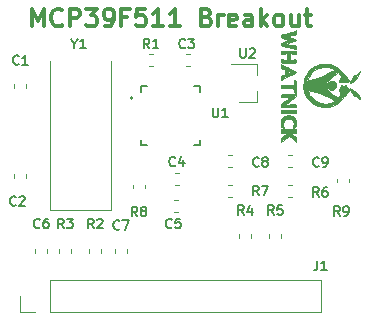
<source format=gto>
G04 #@! TF.GenerationSoftware,KiCad,Pcbnew,(5.99.0-6951-g72beaf1538)*
G04 #@! TF.CreationDate,2020-12-10T21:20:36+11:00*
G04 #@! TF.ProjectId,MCP39F511_Breakout,4d435033-3946-4353-9131-5f427265616b,rev?*
G04 #@! TF.SameCoordinates,Original*
G04 #@! TF.FileFunction,Legend,Top*
G04 #@! TF.FilePolarity,Positive*
%FSLAX46Y46*%
G04 Gerber Fmt 4.6, Leading zero omitted, Abs format (unit mm)*
G04 Created by KiCad (PCBNEW (5.99.0-6951-g72beaf1538)) date 2020-12-10 21:20:36*
%MOMM*%
%LPD*%
G01*
G04 APERTURE LIST*
%ADD10C,0.300000*%
%ADD11C,0.200000*%
%ADD12C,0.120000*%
%ADD13C,0.127000*%
%ADD14C,0.010000*%
G04 APERTURE END LIST*
D10*
X116555714Y-94023571D02*
X116555714Y-92523571D01*
X117055714Y-93595000D01*
X117555714Y-92523571D01*
X117555714Y-94023571D01*
X119127142Y-93880714D02*
X119055714Y-93952142D01*
X118841428Y-94023571D01*
X118698571Y-94023571D01*
X118484285Y-93952142D01*
X118341428Y-93809285D01*
X118270000Y-93666428D01*
X118198571Y-93380714D01*
X118198571Y-93166428D01*
X118270000Y-92880714D01*
X118341428Y-92737857D01*
X118484285Y-92595000D01*
X118698571Y-92523571D01*
X118841428Y-92523571D01*
X119055714Y-92595000D01*
X119127142Y-92666428D01*
X119770000Y-94023571D02*
X119770000Y-92523571D01*
X120341428Y-92523571D01*
X120484285Y-92595000D01*
X120555714Y-92666428D01*
X120627142Y-92809285D01*
X120627142Y-93023571D01*
X120555714Y-93166428D01*
X120484285Y-93237857D01*
X120341428Y-93309285D01*
X119770000Y-93309285D01*
X121127142Y-92523571D02*
X122055714Y-92523571D01*
X121555714Y-93095000D01*
X121770000Y-93095000D01*
X121912857Y-93166428D01*
X121984285Y-93237857D01*
X122055714Y-93380714D01*
X122055714Y-93737857D01*
X121984285Y-93880714D01*
X121912857Y-93952142D01*
X121770000Y-94023571D01*
X121341428Y-94023571D01*
X121198571Y-93952142D01*
X121127142Y-93880714D01*
X122770000Y-94023571D02*
X123055714Y-94023571D01*
X123198571Y-93952142D01*
X123270000Y-93880714D01*
X123412857Y-93666428D01*
X123484285Y-93380714D01*
X123484285Y-92809285D01*
X123412857Y-92666428D01*
X123341428Y-92595000D01*
X123198571Y-92523571D01*
X122912857Y-92523571D01*
X122770000Y-92595000D01*
X122698571Y-92666428D01*
X122627142Y-92809285D01*
X122627142Y-93166428D01*
X122698571Y-93309285D01*
X122770000Y-93380714D01*
X122912857Y-93452142D01*
X123198571Y-93452142D01*
X123341428Y-93380714D01*
X123412857Y-93309285D01*
X123484285Y-93166428D01*
X124627142Y-93237857D02*
X124127142Y-93237857D01*
X124127142Y-94023571D02*
X124127142Y-92523571D01*
X124841428Y-92523571D01*
X126127142Y-92523571D02*
X125412857Y-92523571D01*
X125341428Y-93237857D01*
X125412857Y-93166428D01*
X125555714Y-93095000D01*
X125912857Y-93095000D01*
X126055714Y-93166428D01*
X126127142Y-93237857D01*
X126198571Y-93380714D01*
X126198571Y-93737857D01*
X126127142Y-93880714D01*
X126055714Y-93952142D01*
X125912857Y-94023571D01*
X125555714Y-94023571D01*
X125412857Y-93952142D01*
X125341428Y-93880714D01*
X127627142Y-94023571D02*
X126770000Y-94023571D01*
X127198571Y-94023571D02*
X127198571Y-92523571D01*
X127055714Y-92737857D01*
X126912857Y-92880714D01*
X126770000Y-92952142D01*
X129055714Y-94023571D02*
X128198571Y-94023571D01*
X128627142Y-94023571D02*
X128627142Y-92523571D01*
X128484285Y-92737857D01*
X128341428Y-92880714D01*
X128198571Y-92952142D01*
X131341428Y-93237857D02*
X131555714Y-93309285D01*
X131627142Y-93380714D01*
X131698571Y-93523571D01*
X131698571Y-93737857D01*
X131627142Y-93880714D01*
X131555714Y-93952142D01*
X131412857Y-94023571D01*
X130841428Y-94023571D01*
X130841428Y-92523571D01*
X131341428Y-92523571D01*
X131484285Y-92595000D01*
X131555714Y-92666428D01*
X131627142Y-92809285D01*
X131627142Y-92952142D01*
X131555714Y-93095000D01*
X131484285Y-93166428D01*
X131341428Y-93237857D01*
X130841428Y-93237857D01*
X132341428Y-94023571D02*
X132341428Y-93023571D01*
X132341428Y-93309285D02*
X132412857Y-93166428D01*
X132484285Y-93095000D01*
X132627142Y-93023571D01*
X132770000Y-93023571D01*
X133841428Y-93952142D02*
X133698571Y-94023571D01*
X133412857Y-94023571D01*
X133270000Y-93952142D01*
X133198571Y-93809285D01*
X133198571Y-93237857D01*
X133270000Y-93095000D01*
X133412857Y-93023571D01*
X133698571Y-93023571D01*
X133841428Y-93095000D01*
X133912857Y-93237857D01*
X133912857Y-93380714D01*
X133198571Y-93523571D01*
X135198571Y-94023571D02*
X135198571Y-93237857D01*
X135127142Y-93095000D01*
X134984285Y-93023571D01*
X134698571Y-93023571D01*
X134555714Y-93095000D01*
X135198571Y-93952142D02*
X135055714Y-94023571D01*
X134698571Y-94023571D01*
X134555714Y-93952142D01*
X134484285Y-93809285D01*
X134484285Y-93666428D01*
X134555714Y-93523571D01*
X134698571Y-93452142D01*
X135055714Y-93452142D01*
X135198571Y-93380714D01*
X135912857Y-94023571D02*
X135912857Y-92523571D01*
X136055714Y-93452142D02*
X136484285Y-94023571D01*
X136484285Y-93023571D02*
X135912857Y-93595000D01*
X137341428Y-94023571D02*
X137198571Y-93952142D01*
X137127142Y-93880714D01*
X137055714Y-93737857D01*
X137055714Y-93309285D01*
X137127142Y-93166428D01*
X137198571Y-93095000D01*
X137341428Y-93023571D01*
X137555714Y-93023571D01*
X137698571Y-93095000D01*
X137770000Y-93166428D01*
X137841428Y-93309285D01*
X137841428Y-93737857D01*
X137770000Y-93880714D01*
X137698571Y-93952142D01*
X137555714Y-94023571D01*
X137341428Y-94023571D01*
X139127142Y-93023571D02*
X139127142Y-94023571D01*
X138484285Y-93023571D02*
X138484285Y-93809285D01*
X138555714Y-93952142D01*
X138698571Y-94023571D01*
X138912857Y-94023571D01*
X139055714Y-93952142D01*
X139127142Y-93880714D01*
X139627142Y-93023571D02*
X140198571Y-93023571D01*
X139841428Y-92523571D02*
X139841428Y-93809285D01*
X139912857Y-93952142D01*
X140055714Y-94023571D01*
X140198571Y-94023571D01*
D11*
X142614666Y-110064404D02*
X142348000Y-109683452D01*
X142157523Y-110064404D02*
X142157523Y-109264404D01*
X142462285Y-109264404D01*
X142538476Y-109302500D01*
X142576571Y-109340595D01*
X142614666Y-109416785D01*
X142614666Y-109531071D01*
X142576571Y-109607261D01*
X142538476Y-109645357D01*
X142462285Y-109683452D01*
X142157523Y-109683452D01*
X142995619Y-110064404D02*
X143148000Y-110064404D01*
X143224190Y-110026309D01*
X143262285Y-109988214D01*
X143338476Y-109873928D01*
X143376571Y-109721547D01*
X143376571Y-109416785D01*
X143338476Y-109340595D01*
X143300380Y-109302500D01*
X143224190Y-109264404D01*
X143071809Y-109264404D01*
X142995619Y-109302500D01*
X142957523Y-109340595D01*
X142919428Y-109416785D01*
X142919428Y-109607261D01*
X142957523Y-109683452D01*
X142995619Y-109721547D01*
X143071809Y-109759642D01*
X143224190Y-109759642D01*
X143300380Y-109721547D01*
X143338476Y-109683452D01*
X143376571Y-109607261D01*
X131851476Y-100907904D02*
X131851476Y-101555523D01*
X131889571Y-101631714D01*
X131927666Y-101669809D01*
X132003857Y-101707904D01*
X132156238Y-101707904D01*
X132232428Y-101669809D01*
X132270523Y-101631714D01*
X132308619Y-101555523D01*
X132308619Y-100907904D01*
X133108619Y-101707904D02*
X132651476Y-101707904D01*
X132880047Y-101707904D02*
X132880047Y-100907904D01*
X132803857Y-101022190D01*
X132727666Y-101098380D01*
X132651476Y-101136476D01*
X128670666Y-105789714D02*
X128632571Y-105827809D01*
X128518285Y-105865904D01*
X128442095Y-105865904D01*
X128327809Y-105827809D01*
X128251619Y-105751619D01*
X128213523Y-105675428D01*
X128175428Y-105523047D01*
X128175428Y-105408761D01*
X128213523Y-105256380D01*
X128251619Y-105180190D01*
X128327809Y-105104000D01*
X128442095Y-105065904D01*
X128518285Y-105065904D01*
X128632571Y-105104000D01*
X128670666Y-105142095D01*
X129356380Y-105332571D02*
X129356380Y-105865904D01*
X129165904Y-105027809D02*
X128975428Y-105599238D01*
X129470666Y-105599238D01*
X135756666Y-105822714D02*
X135718571Y-105860809D01*
X135604285Y-105898904D01*
X135528095Y-105898904D01*
X135413809Y-105860809D01*
X135337619Y-105784619D01*
X135299523Y-105708428D01*
X135261428Y-105556047D01*
X135261428Y-105441761D01*
X135299523Y-105289380D01*
X135337619Y-105213190D01*
X135413809Y-105137000D01*
X135528095Y-105098904D01*
X135604285Y-105098904D01*
X135718571Y-105137000D01*
X135756666Y-105175095D01*
X136213809Y-105441761D02*
X136137619Y-105403666D01*
X136099523Y-105365571D01*
X136061428Y-105289380D01*
X136061428Y-105251285D01*
X136099523Y-105175095D01*
X136137619Y-105137000D01*
X136213809Y-105098904D01*
X136366190Y-105098904D01*
X136442380Y-105137000D01*
X136480476Y-105175095D01*
X136518571Y-105251285D01*
X136518571Y-105289380D01*
X136480476Y-105365571D01*
X136442380Y-105403666D01*
X136366190Y-105441761D01*
X136213809Y-105441761D01*
X136137619Y-105479857D01*
X136099523Y-105517952D01*
X136061428Y-105594142D01*
X136061428Y-105746523D01*
X136099523Y-105822714D01*
X136137619Y-105860809D01*
X136213809Y-105898904D01*
X136366190Y-105898904D01*
X136442380Y-105860809D01*
X136480476Y-105822714D01*
X136518571Y-105746523D01*
X136518571Y-105594142D01*
X136480476Y-105517952D01*
X136442380Y-105479857D01*
X136366190Y-105441761D01*
X134201222Y-95873710D02*
X134201222Y-96521329D01*
X134239317Y-96597520D01*
X134277412Y-96635615D01*
X134353603Y-96673710D01*
X134505984Y-96673710D01*
X134582174Y-96635615D01*
X134620269Y-96597520D01*
X134658365Y-96521329D01*
X134658365Y-95873710D01*
X135001222Y-95949901D02*
X135039317Y-95911806D01*
X135115507Y-95873710D01*
X135305984Y-95873710D01*
X135382174Y-95911806D01*
X135420269Y-95949901D01*
X135458365Y-96026091D01*
X135458365Y-96102282D01*
X135420269Y-96216567D01*
X134963126Y-96673710D01*
X135458365Y-96673710D01*
X140703333Y-113861904D02*
X140703333Y-114433333D01*
X140665238Y-114547619D01*
X140589047Y-114623809D01*
X140474761Y-114661904D01*
X140398571Y-114661904D01*
X141503333Y-114661904D02*
X141046190Y-114661904D01*
X141274761Y-114661904D02*
X141274761Y-113861904D01*
X141198571Y-113976190D01*
X141122380Y-114052380D01*
X141046190Y-114090476D01*
X115436666Y-97186714D02*
X115398571Y-97224809D01*
X115284285Y-97262904D01*
X115208095Y-97262904D01*
X115093809Y-97224809D01*
X115017619Y-97148619D01*
X114979523Y-97072428D01*
X114941428Y-96920047D01*
X114941428Y-96805761D01*
X114979523Y-96653380D01*
X115017619Y-96577190D01*
X115093809Y-96501000D01*
X115208095Y-96462904D01*
X115284285Y-96462904D01*
X115398571Y-96501000D01*
X115436666Y-96539095D01*
X116198571Y-97262904D02*
X115741428Y-97262904D01*
X115970000Y-97262904D02*
X115970000Y-96462904D01*
X115893809Y-96577190D01*
X115817619Y-96653380D01*
X115741428Y-96691476D01*
X123945666Y-111156714D02*
X123907571Y-111194809D01*
X123793285Y-111232904D01*
X123717095Y-111232904D01*
X123602809Y-111194809D01*
X123526619Y-111118619D01*
X123488523Y-111042428D01*
X123450428Y-110890047D01*
X123450428Y-110775761D01*
X123488523Y-110623380D01*
X123526619Y-110547190D01*
X123602809Y-110471000D01*
X123717095Y-110432904D01*
X123793285Y-110432904D01*
X123907571Y-110471000D01*
X123945666Y-110509095D01*
X124212333Y-110432904D02*
X124745666Y-110432904D01*
X124402809Y-111232904D01*
X119246666Y-111105904D02*
X118980000Y-110724952D01*
X118789523Y-111105904D02*
X118789523Y-110305904D01*
X119094285Y-110305904D01*
X119170476Y-110344000D01*
X119208571Y-110382095D01*
X119246666Y-110458285D01*
X119246666Y-110572571D01*
X119208571Y-110648761D01*
X119170476Y-110686857D01*
X119094285Y-110724952D01*
X118789523Y-110724952D01*
X119513333Y-110305904D02*
X120008571Y-110305904D01*
X119741904Y-110610666D01*
X119856190Y-110610666D01*
X119932380Y-110648761D01*
X119970476Y-110686857D01*
X120008571Y-110763047D01*
X120008571Y-110953523D01*
X119970476Y-111029714D01*
X119932380Y-111067809D01*
X119856190Y-111105904D01*
X119627619Y-111105904D01*
X119551428Y-111067809D01*
X119513333Y-111029714D01*
X140836666Y-108438904D02*
X140570000Y-108057952D01*
X140379523Y-108438904D02*
X140379523Y-107638904D01*
X140684285Y-107638904D01*
X140760476Y-107677000D01*
X140798571Y-107715095D01*
X140836666Y-107791285D01*
X140836666Y-107905571D01*
X140798571Y-107981761D01*
X140760476Y-108019857D01*
X140684285Y-108057952D01*
X140379523Y-108057952D01*
X141522380Y-107638904D02*
X141370000Y-107638904D01*
X141293809Y-107677000D01*
X141255714Y-107715095D01*
X141179523Y-107829380D01*
X141141428Y-107981761D01*
X141141428Y-108286523D01*
X141179523Y-108362714D01*
X141217619Y-108400809D01*
X141293809Y-108438904D01*
X141446190Y-108438904D01*
X141522380Y-108400809D01*
X141560476Y-108362714D01*
X141598571Y-108286523D01*
X141598571Y-108096047D01*
X141560476Y-108019857D01*
X141522380Y-107981761D01*
X141446190Y-107943666D01*
X141293809Y-107943666D01*
X141217619Y-107981761D01*
X141179523Y-108019857D01*
X141141428Y-108096047D01*
X128390666Y-111029714D02*
X128352571Y-111067809D01*
X128238285Y-111105904D01*
X128162095Y-111105904D01*
X128047809Y-111067809D01*
X127971619Y-110991619D01*
X127933523Y-110915428D01*
X127895428Y-110763047D01*
X127895428Y-110648761D01*
X127933523Y-110496380D01*
X127971619Y-110420190D01*
X128047809Y-110344000D01*
X128162095Y-110305904D01*
X128238285Y-110305904D01*
X128352571Y-110344000D01*
X128390666Y-110382095D01*
X129114476Y-110305904D02*
X128733523Y-110305904D01*
X128695428Y-110686857D01*
X128733523Y-110648761D01*
X128809714Y-110610666D01*
X129000190Y-110610666D01*
X129076380Y-110648761D01*
X129114476Y-110686857D01*
X129152571Y-110763047D01*
X129152571Y-110953523D01*
X129114476Y-111029714D01*
X129076380Y-111067809D01*
X129000190Y-111105904D01*
X128809714Y-111105904D01*
X128733523Y-111067809D01*
X128695428Y-111029714D01*
X115182666Y-109124714D02*
X115144571Y-109162809D01*
X115030285Y-109200904D01*
X114954095Y-109200904D01*
X114839809Y-109162809D01*
X114763619Y-109086619D01*
X114725523Y-109010428D01*
X114687428Y-108858047D01*
X114687428Y-108743761D01*
X114725523Y-108591380D01*
X114763619Y-108515190D01*
X114839809Y-108439000D01*
X114954095Y-108400904D01*
X115030285Y-108400904D01*
X115144571Y-108439000D01*
X115182666Y-108477095D01*
X115487428Y-108477095D02*
X115525523Y-108439000D01*
X115601714Y-108400904D01*
X115792190Y-108400904D01*
X115868380Y-108439000D01*
X115906476Y-108477095D01*
X115944571Y-108553285D01*
X115944571Y-108629476D01*
X115906476Y-108743761D01*
X115449333Y-109200904D01*
X115944571Y-109200904D01*
X140836666Y-105822714D02*
X140798571Y-105860809D01*
X140684285Y-105898904D01*
X140608095Y-105898904D01*
X140493809Y-105860809D01*
X140417619Y-105784619D01*
X140379523Y-105708428D01*
X140341428Y-105556047D01*
X140341428Y-105441761D01*
X140379523Y-105289380D01*
X140417619Y-105213190D01*
X140493809Y-105137000D01*
X140608095Y-105098904D01*
X140684285Y-105098904D01*
X140798571Y-105137000D01*
X140836666Y-105175095D01*
X141217619Y-105898904D02*
X141370000Y-105898904D01*
X141446190Y-105860809D01*
X141484285Y-105822714D01*
X141560476Y-105708428D01*
X141598571Y-105556047D01*
X141598571Y-105251285D01*
X141560476Y-105175095D01*
X141522380Y-105137000D01*
X141446190Y-105098904D01*
X141293809Y-105098904D01*
X141217619Y-105137000D01*
X141179523Y-105175095D01*
X141141428Y-105251285D01*
X141141428Y-105441761D01*
X141179523Y-105517952D01*
X141217619Y-105556047D01*
X141293809Y-105594142D01*
X141446190Y-105594142D01*
X141522380Y-105556047D01*
X141560476Y-105517952D01*
X141598571Y-105441761D01*
X129533666Y-95789714D02*
X129495571Y-95827809D01*
X129381285Y-95865904D01*
X129305095Y-95865904D01*
X129190809Y-95827809D01*
X129114619Y-95751619D01*
X129076523Y-95675428D01*
X129038428Y-95523047D01*
X129038428Y-95408761D01*
X129076523Y-95256380D01*
X129114619Y-95180190D01*
X129190809Y-95104000D01*
X129305095Y-95065904D01*
X129381285Y-95065904D01*
X129495571Y-95104000D01*
X129533666Y-95142095D01*
X129800333Y-95065904D02*
X130295571Y-95065904D01*
X130028904Y-95370666D01*
X130143190Y-95370666D01*
X130219380Y-95408761D01*
X130257476Y-95446857D01*
X130295571Y-95523047D01*
X130295571Y-95713523D01*
X130257476Y-95789714D01*
X130219380Y-95827809D01*
X130143190Y-95865904D01*
X129914619Y-95865904D01*
X129838428Y-95827809D01*
X129800333Y-95789714D01*
X137026666Y-109962904D02*
X136760000Y-109581952D01*
X136569523Y-109962904D02*
X136569523Y-109162904D01*
X136874285Y-109162904D01*
X136950476Y-109201000D01*
X136988571Y-109239095D01*
X137026666Y-109315285D01*
X137026666Y-109429571D01*
X136988571Y-109505761D01*
X136950476Y-109543857D01*
X136874285Y-109581952D01*
X136569523Y-109581952D01*
X137750476Y-109162904D02*
X137369523Y-109162904D01*
X137331428Y-109543857D01*
X137369523Y-109505761D01*
X137445714Y-109467666D01*
X137636190Y-109467666D01*
X137712380Y-109505761D01*
X137750476Y-109543857D01*
X137788571Y-109620047D01*
X137788571Y-109810523D01*
X137750476Y-109886714D01*
X137712380Y-109924809D01*
X137636190Y-109962904D01*
X137445714Y-109962904D01*
X137369523Y-109924809D01*
X137331428Y-109886714D01*
X135756666Y-108311904D02*
X135490000Y-107930952D01*
X135299523Y-108311904D02*
X135299523Y-107511904D01*
X135604285Y-107511904D01*
X135680476Y-107550000D01*
X135718571Y-107588095D01*
X135756666Y-107664285D01*
X135756666Y-107778571D01*
X135718571Y-107854761D01*
X135680476Y-107892857D01*
X135604285Y-107930952D01*
X135299523Y-107930952D01*
X136023333Y-107511904D02*
X136556666Y-107511904D01*
X136213809Y-108311904D01*
X134486666Y-109962904D02*
X134220000Y-109581952D01*
X134029523Y-109962904D02*
X134029523Y-109162904D01*
X134334285Y-109162904D01*
X134410476Y-109201000D01*
X134448571Y-109239095D01*
X134486666Y-109315285D01*
X134486666Y-109429571D01*
X134448571Y-109505761D01*
X134410476Y-109543857D01*
X134334285Y-109581952D01*
X134029523Y-109581952D01*
X135172380Y-109429571D02*
X135172380Y-109962904D01*
X134981904Y-109124809D02*
X134791428Y-109696238D01*
X135286666Y-109696238D01*
X117214666Y-111030214D02*
X117176571Y-111068309D01*
X117062285Y-111106404D01*
X116986095Y-111106404D01*
X116871809Y-111068309D01*
X116795619Y-110992119D01*
X116757523Y-110915928D01*
X116719428Y-110763547D01*
X116719428Y-110649261D01*
X116757523Y-110496880D01*
X116795619Y-110420690D01*
X116871809Y-110344500D01*
X116986095Y-110306404D01*
X117062285Y-110306404D01*
X117176571Y-110344500D01*
X117214666Y-110382595D01*
X117900380Y-110306404D02*
X117748000Y-110306404D01*
X117671809Y-110344500D01*
X117633714Y-110382595D01*
X117557523Y-110496880D01*
X117519428Y-110649261D01*
X117519428Y-110954023D01*
X117557523Y-111030214D01*
X117595619Y-111068309D01*
X117671809Y-111106404D01*
X117824190Y-111106404D01*
X117900380Y-111068309D01*
X117938476Y-111030214D01*
X117976571Y-110954023D01*
X117976571Y-110763547D01*
X117938476Y-110687357D01*
X117900380Y-110649261D01*
X117824190Y-110611166D01*
X117671809Y-110611166D01*
X117595619Y-110649261D01*
X117557523Y-110687357D01*
X117519428Y-110763547D01*
X121786666Y-111105904D02*
X121520000Y-110724952D01*
X121329523Y-111105904D02*
X121329523Y-110305904D01*
X121634285Y-110305904D01*
X121710476Y-110344000D01*
X121748571Y-110382095D01*
X121786666Y-110458285D01*
X121786666Y-110572571D01*
X121748571Y-110648761D01*
X121710476Y-110686857D01*
X121634285Y-110724952D01*
X121329523Y-110724952D01*
X122091428Y-110382095D02*
X122129523Y-110344000D01*
X122205714Y-110305904D01*
X122396190Y-110305904D01*
X122472380Y-110344000D01*
X122510476Y-110382095D01*
X122548571Y-110458285D01*
X122548571Y-110534476D01*
X122510476Y-110648761D01*
X122053333Y-111105904D01*
X122548571Y-111105904D01*
X126486166Y-95865904D02*
X126219500Y-95484952D01*
X126029023Y-95865904D02*
X126029023Y-95065904D01*
X126333785Y-95065904D01*
X126409976Y-95104000D01*
X126448071Y-95142095D01*
X126486166Y-95218285D01*
X126486166Y-95332571D01*
X126448071Y-95408761D01*
X126409976Y-95446857D01*
X126333785Y-95484952D01*
X126029023Y-95484952D01*
X127248071Y-95865904D02*
X126790928Y-95865904D01*
X127019500Y-95865904D02*
X127019500Y-95065904D01*
X126943309Y-95180190D01*
X126867119Y-95256380D01*
X126790928Y-95294476D01*
X120142047Y-95484952D02*
X120142047Y-95865904D01*
X119875380Y-95065904D02*
X120142047Y-95484952D01*
X120408714Y-95065904D01*
X121094428Y-95865904D02*
X120637285Y-95865904D01*
X120865857Y-95865904D02*
X120865857Y-95065904D01*
X120789666Y-95180190D01*
X120713476Y-95256380D01*
X120637285Y-95294476D01*
X125469666Y-110089904D02*
X125203000Y-109708952D01*
X125012523Y-110089904D02*
X125012523Y-109289904D01*
X125317285Y-109289904D01*
X125393476Y-109328000D01*
X125431571Y-109366095D01*
X125469666Y-109442285D01*
X125469666Y-109556571D01*
X125431571Y-109632761D01*
X125393476Y-109670857D01*
X125317285Y-109708952D01*
X125012523Y-109708952D01*
X125926809Y-109632761D02*
X125850619Y-109594666D01*
X125812523Y-109556571D01*
X125774428Y-109480380D01*
X125774428Y-109442285D01*
X125812523Y-109366095D01*
X125850619Y-109328000D01*
X125926809Y-109289904D01*
X126079190Y-109289904D01*
X126155380Y-109328000D01*
X126193476Y-109366095D01*
X126231571Y-109442285D01*
X126231571Y-109480380D01*
X126193476Y-109556571D01*
X126155380Y-109594666D01*
X126079190Y-109632761D01*
X125926809Y-109632761D01*
X125850619Y-109670857D01*
X125812523Y-109708952D01*
X125774428Y-109785142D01*
X125774428Y-109937523D01*
X125812523Y-110013714D01*
X125850619Y-110051809D01*
X125926809Y-110089904D01*
X126079190Y-110089904D01*
X126155380Y-110051809D01*
X126193476Y-110013714D01*
X126231571Y-109937523D01*
X126231571Y-109785142D01*
X126193476Y-109708952D01*
X126155380Y-109670857D01*
X126079190Y-109632761D01*
D12*
X142365000Y-106898221D02*
X142365000Y-107223779D01*
X143385000Y-106898221D02*
X143385000Y-107223779D01*
D13*
X125770000Y-99600000D02*
X125770000Y-99100000D01*
X130270000Y-99100000D02*
X130770000Y-99100000D01*
X125770000Y-104100000D02*
X125770000Y-103600000D01*
X126270000Y-104100000D02*
X125770000Y-104100000D01*
X125770000Y-99100000D02*
X126270000Y-99100000D01*
X130770000Y-104100000D02*
X130270000Y-104100000D01*
X130770000Y-103600000D02*
X130770000Y-104100000D01*
X130770000Y-99100000D02*
X130770000Y-99600000D01*
D11*
X125070000Y-100100000D02*
G75*
G03*
X125070000Y-100100000I-100000J0D01*
G01*
D12*
X128641221Y-107444000D02*
X128966779Y-107444000D01*
X128641221Y-106424000D02*
X128966779Y-106424000D01*
X133512779Y-105920000D02*
X133187221Y-105920000D01*
X133512779Y-104900000D02*
X133187221Y-104900000D01*
X135570746Y-100391806D02*
X134110746Y-100391806D01*
X135570746Y-100391806D02*
X135570746Y-99461806D01*
X135570746Y-97231806D02*
X135570746Y-98161806D01*
X135570746Y-97231806D02*
X133410746Y-97231806D01*
X118110000Y-118170000D02*
X141030000Y-118170000D01*
X141030000Y-118170000D02*
X141030000Y-115510000D01*
X118110000Y-115510000D02*
X141030000Y-115510000D01*
X115510000Y-118170000D02*
X115510000Y-116840000D01*
X116840000Y-118170000D02*
X115510000Y-118170000D01*
X118110000Y-118170000D02*
X118110000Y-115510000D01*
X115060000Y-98897221D02*
X115060000Y-99222779D01*
X116080000Y-98897221D02*
X116080000Y-99222779D01*
X123569000Y-113192779D02*
X123569000Y-112867221D01*
X124589000Y-113192779D02*
X124589000Y-112867221D01*
X118870000Y-112867221D02*
X118870000Y-113192779D01*
X119890000Y-112867221D02*
X119890000Y-113192779D01*
G36*
X138798006Y-98593722D02*
G01*
X138804742Y-98595464D01*
X138864899Y-98619887D01*
X138903621Y-98671324D01*
X138925587Y-98773849D01*
X138935478Y-98951538D01*
X138937974Y-99228465D01*
X138938000Y-99280925D01*
X138938000Y-99931537D01*
X138493500Y-100262071D01*
X138294165Y-100414215D01*
X138141079Y-100538518D01*
X138057644Y-100615644D01*
X138049000Y-100629262D01*
X138106858Y-100642440D01*
X138259174Y-100642754D01*
X138474067Y-100630248D01*
X138493500Y-100628654D01*
X138725438Y-100611515D01*
X138858416Y-100613011D01*
X138919872Y-100639433D01*
X138937247Y-100697074D01*
X138938000Y-100730569D01*
X138931897Y-100792541D01*
X138898531Y-100832717D01*
X138815322Y-100855811D01*
X138659686Y-100866536D01*
X138409043Y-100869608D01*
X138271250Y-100869750D01*
X137974092Y-100868291D01*
X137781406Y-100860947D01*
X137670672Y-100843262D01*
X137619372Y-100810784D01*
X137604986Y-100759058D01*
X137604500Y-100737882D01*
X137661505Y-100614455D01*
X137833703Y-100447193D01*
X137992885Y-100325132D01*
X138381269Y-100044250D01*
X137992885Y-100025344D01*
X137776361Y-100009597D01*
X137658517Y-99982213D01*
X137611041Y-99932776D01*
X137604500Y-99882469D01*
X137614821Y-99823357D01*
X137661898Y-99786690D01*
X137769906Y-99767190D01*
X137963017Y-99759580D01*
X138172253Y-99758500D01*
X138491507Y-99747583D01*
X138704794Y-99716151D01*
X138806180Y-99666178D01*
X138789728Y-99599639D01*
X138746530Y-99567400D01*
X138695409Y-99472588D01*
X138700700Y-99383999D01*
X138710542Y-99320547D01*
X138684301Y-99281233D01*
X138599074Y-99260294D01*
X138431961Y-99251971D01*
X138170056Y-99250500D01*
X137901146Y-99249014D01*
X137734685Y-99240194D01*
X137646123Y-99217494D01*
X137610913Y-99174371D01*
X137604505Y-99104279D01*
X137604500Y-99099722D01*
X137608862Y-99028871D01*
X137638133Y-98986268D01*
X137716594Y-98966944D01*
X137868528Y-98965926D01*
X138118214Y-98978246D01*
X138180579Y-98981791D01*
X138756658Y-99014637D01*
X138714070Y-98787627D01*
X138693076Y-98639986D01*
X138716286Y-98585457D01*
X138798006Y-98593722D01*
G37*
D14*
X138798006Y-98593722D02*
X138804742Y-98595464D01*
X138864899Y-98619887D01*
X138903621Y-98671324D01*
X138925587Y-98773849D01*
X138935478Y-98951538D01*
X138937974Y-99228465D01*
X138938000Y-99280925D01*
X138938000Y-99931537D01*
X138493500Y-100262071D01*
X138294165Y-100414215D01*
X138141079Y-100538518D01*
X138057644Y-100615644D01*
X138049000Y-100629262D01*
X138106858Y-100642440D01*
X138259174Y-100642754D01*
X138474067Y-100630248D01*
X138493500Y-100628654D01*
X138725438Y-100611515D01*
X138858416Y-100613011D01*
X138919872Y-100639433D01*
X138937247Y-100697074D01*
X138938000Y-100730569D01*
X138931897Y-100792541D01*
X138898531Y-100832717D01*
X138815322Y-100855811D01*
X138659686Y-100866536D01*
X138409043Y-100869608D01*
X138271250Y-100869750D01*
X137974092Y-100868291D01*
X137781406Y-100860947D01*
X137670672Y-100843262D01*
X137619372Y-100810784D01*
X137604986Y-100759058D01*
X137604500Y-100737882D01*
X137661505Y-100614455D01*
X137833703Y-100447193D01*
X137992885Y-100325132D01*
X138381269Y-100044250D01*
X137992885Y-100025344D01*
X137776361Y-100009597D01*
X137658517Y-99982213D01*
X137611041Y-99932776D01*
X137604500Y-99882469D01*
X137614821Y-99823357D01*
X137661898Y-99786690D01*
X137769906Y-99767190D01*
X137963017Y-99759580D01*
X138172253Y-99758500D01*
X138491507Y-99747583D01*
X138704794Y-99716151D01*
X138806180Y-99666178D01*
X138789728Y-99599639D01*
X138746530Y-99567400D01*
X138695409Y-99472588D01*
X138700700Y-99383999D01*
X138710542Y-99320547D01*
X138684301Y-99281233D01*
X138599074Y-99260294D01*
X138431961Y-99251971D01*
X138170056Y-99250500D01*
X137901146Y-99249014D01*
X137734685Y-99240194D01*
X137646123Y-99217494D01*
X137610913Y-99174371D01*
X137604505Y-99104279D01*
X137604500Y-99099722D01*
X137608862Y-99028871D01*
X137638133Y-98986268D01*
X137716594Y-98966944D01*
X137868528Y-98965926D01*
X138118214Y-98978246D01*
X138180579Y-98981791D01*
X138756658Y-99014637D01*
X138714070Y-98787627D01*
X138693076Y-98639986D01*
X138716286Y-98585457D01*
X138798006Y-98593722D01*
G36*
X143486180Y-99221444D02*
G01*
X143585998Y-99298745D01*
X143636338Y-99345115D01*
X143763191Y-99447865D01*
X143853974Y-99487745D01*
X143870794Y-99482373D01*
X143920573Y-99509988D01*
X144010658Y-99615720D01*
X144119050Y-99767020D01*
X144223750Y-99931338D01*
X144302760Y-100076124D01*
X144334066Y-100167831D01*
X144295188Y-100164021D01*
X144194454Y-100087590D01*
X144120388Y-100019418D01*
X143971895Y-99895308D01*
X143890324Y-99874891D01*
X143878135Y-99892347D01*
X143839316Y-99878243D01*
X143760641Y-99783528D01*
X143662118Y-99639600D01*
X143563755Y-99477853D01*
X143485558Y-99329683D01*
X143447534Y-99226488D01*
X143446500Y-99215015D01*
X143486180Y-99221444D01*
G37*
X143486180Y-99221444D02*
X143585998Y-99298745D01*
X143636338Y-99345115D01*
X143763191Y-99447865D01*
X143853974Y-99487745D01*
X143870794Y-99482373D01*
X143920573Y-99509988D01*
X144010658Y-99615720D01*
X144119050Y-99767020D01*
X144223750Y-99931338D01*
X144302760Y-100076124D01*
X144334066Y-100167831D01*
X144295188Y-100164021D01*
X144194454Y-100087590D01*
X144120388Y-100019418D01*
X143971895Y-99895308D01*
X143890324Y-99874891D01*
X143878135Y-99892347D01*
X143839316Y-99878243D01*
X143760641Y-99783528D01*
X143662118Y-99639600D01*
X143563755Y-99477853D01*
X143485558Y-99329683D01*
X143447534Y-99226488D01*
X143446500Y-99215015D01*
X143486180Y-99221444D01*
G36*
X142177802Y-97330456D02*
G01*
X142490606Y-97525891D01*
X142719432Y-97756160D01*
X142882595Y-97949339D01*
X143043419Y-98138373D01*
X143098587Y-98202750D01*
X143284021Y-98430548D01*
X143373774Y-98584255D01*
X143363553Y-98677966D01*
X143249067Y-98725779D01*
X143026023Y-98741790D01*
X142934221Y-98742500D01*
X142701499Y-98740424D01*
X142570969Y-98728378D01*
X142517828Y-98697631D01*
X142517276Y-98639455D01*
X142528286Y-98599625D01*
X142599721Y-98444423D01*
X142656432Y-98366901D01*
X142702903Y-98287526D01*
X142674681Y-98190388D01*
X142613745Y-98097310D01*
X142485757Y-97917567D01*
X141982489Y-98300673D01*
X141676930Y-98554391D01*
X141487166Y-98773132D01*
X141413246Y-98973267D01*
X141455224Y-99171162D01*
X141613150Y-99383188D01*
X141887074Y-99625712D01*
X141986882Y-99703072D01*
X142209438Y-99870044D01*
X142355360Y-99969201D01*
X142448520Y-100010371D01*
X142512786Y-100003379D01*
X142572029Y-99958051D01*
X142582333Y-99948192D01*
X142653478Y-99867454D01*
X142669102Y-99785837D01*
X142631169Y-99655997D01*
X142597962Y-99571255D01*
X142537989Y-99406296D01*
X142530666Y-99320857D01*
X142574923Y-99279376D01*
X142589005Y-99273557D01*
X142669526Y-99186876D01*
X142684500Y-99116706D01*
X142726079Y-99017541D01*
X142779750Y-98996500D01*
X142857322Y-99049439D01*
X142875000Y-99123500D01*
X142901593Y-99226685D01*
X142938500Y-99250500D01*
X142990093Y-99197315D01*
X143002000Y-99123500D01*
X143041705Y-99020071D01*
X143097250Y-98996500D01*
X143174822Y-99049439D01*
X143192500Y-99123500D01*
X143235106Y-99229154D01*
X143294634Y-99250500D01*
X143362248Y-99295011D01*
X143358112Y-99410028D01*
X143290912Y-99567777D01*
X143169334Y-99740484D01*
X143126565Y-99787914D01*
X142975178Y-99951857D01*
X142795906Y-100152862D01*
X142706879Y-100255223D01*
X142369420Y-100560228D01*
X141987287Y-100759143D01*
X141578798Y-100856153D01*
X141162272Y-100855445D01*
X140756025Y-100761205D01*
X140378376Y-100577621D01*
X140047643Y-100308878D01*
X139782142Y-99959163D01*
X139604125Y-99546083D01*
X139520005Y-99067182D01*
X139541695Y-98811225D01*
X139852804Y-98811225D01*
X139854981Y-99234815D01*
X139969590Y-99640964D01*
X140045981Y-99790399D01*
X140303523Y-100115944D01*
X140631746Y-100357047D01*
X141006077Y-100505953D01*
X141401944Y-100554909D01*
X141794774Y-100496159D01*
X142010320Y-100410294D01*
X142193389Y-100318005D01*
X141915070Y-100159076D01*
X141529853Y-99947545D01*
X141210123Y-99794236D01*
X140918077Y-99683478D01*
X140615907Y-99599605D01*
X140504742Y-99574557D01*
X140251743Y-99517484D01*
X140095538Y-99469575D01*
X140008346Y-99415302D01*
X139962383Y-99339137D01*
X139938145Y-99257878D01*
X139915861Y-99057136D01*
X139929785Y-98828275D01*
X139936537Y-98789414D01*
X139988385Y-98527239D01*
X140426180Y-98446439D01*
X140789515Y-98350751D01*
X141207209Y-98194641D01*
X141634219Y-97996729D01*
X141979253Y-97804414D01*
X142194756Y-97672331D01*
X141955623Y-97572415D01*
X141590077Y-97481035D01*
X141197366Y-97485954D01*
X140811355Y-97578729D01*
X140465906Y-97750918D01*
X140194884Y-97994080D01*
X140178019Y-98015576D01*
X139961127Y-98396158D01*
X139852804Y-98811225D01*
X139541695Y-98811225D01*
X139559365Y-98602712D01*
X139602828Y-98439083D01*
X139795692Y-98028705D01*
X140096616Y-97665695D01*
X140490096Y-97368076D01*
X140557250Y-97329576D01*
X140720427Y-97254938D01*
X140901258Y-97211395D01*
X141140626Y-97191662D01*
X141351000Y-97188142D01*
X141590077Y-97205573D01*
X141806278Y-97221337D01*
X142177802Y-97330456D01*
G37*
X142177802Y-97330456D02*
X142490606Y-97525891D01*
X142719432Y-97756160D01*
X142882595Y-97949339D01*
X143043419Y-98138373D01*
X143098587Y-98202750D01*
X143284021Y-98430548D01*
X143373774Y-98584255D01*
X143363553Y-98677966D01*
X143249067Y-98725779D01*
X143026023Y-98741790D01*
X142934221Y-98742500D01*
X142701499Y-98740424D01*
X142570969Y-98728378D01*
X142517828Y-98697631D01*
X142517276Y-98639455D01*
X142528286Y-98599625D01*
X142599721Y-98444423D01*
X142656432Y-98366901D01*
X142702903Y-98287526D01*
X142674681Y-98190388D01*
X142613745Y-98097310D01*
X142485757Y-97917567D01*
X141982489Y-98300673D01*
X141676930Y-98554391D01*
X141487166Y-98773132D01*
X141413246Y-98973267D01*
X141455224Y-99171162D01*
X141613150Y-99383188D01*
X141887074Y-99625712D01*
X141986882Y-99703072D01*
X142209438Y-99870044D01*
X142355360Y-99969201D01*
X142448520Y-100010371D01*
X142512786Y-100003379D01*
X142572029Y-99958051D01*
X142582333Y-99948192D01*
X142653478Y-99867454D01*
X142669102Y-99785837D01*
X142631169Y-99655997D01*
X142597962Y-99571255D01*
X142537989Y-99406296D01*
X142530666Y-99320857D01*
X142574923Y-99279376D01*
X142589005Y-99273557D01*
X142669526Y-99186876D01*
X142684500Y-99116706D01*
X142726079Y-99017541D01*
X142779750Y-98996500D01*
X142857322Y-99049439D01*
X142875000Y-99123500D01*
X142901593Y-99226685D01*
X142938500Y-99250500D01*
X142990093Y-99197315D01*
X143002000Y-99123500D01*
X143041705Y-99020071D01*
X143097250Y-98996500D01*
X143174822Y-99049439D01*
X143192500Y-99123500D01*
X143235106Y-99229154D01*
X143294634Y-99250500D01*
X143362248Y-99295011D01*
X143358112Y-99410028D01*
X143290912Y-99567777D01*
X143169334Y-99740484D01*
X143126565Y-99787914D01*
X142975178Y-99951857D01*
X142795906Y-100152862D01*
X142706879Y-100255223D01*
X142369420Y-100560228D01*
X141987287Y-100759143D01*
X141578798Y-100856153D01*
X141162272Y-100855445D01*
X140756025Y-100761205D01*
X140378376Y-100577621D01*
X140047643Y-100308878D01*
X139782142Y-99959163D01*
X139604125Y-99546083D01*
X139520005Y-99067182D01*
X139541695Y-98811225D01*
X139852804Y-98811225D01*
X139854981Y-99234815D01*
X139969590Y-99640964D01*
X140045981Y-99790399D01*
X140303523Y-100115944D01*
X140631746Y-100357047D01*
X141006077Y-100505953D01*
X141401944Y-100554909D01*
X141794774Y-100496159D01*
X142010320Y-100410294D01*
X142193389Y-100318005D01*
X141915070Y-100159076D01*
X141529853Y-99947545D01*
X141210123Y-99794236D01*
X140918077Y-99683478D01*
X140615907Y-99599605D01*
X140504742Y-99574557D01*
X140251743Y-99517484D01*
X140095538Y-99469575D01*
X140008346Y-99415302D01*
X139962383Y-99339137D01*
X139938145Y-99257878D01*
X139915861Y-99057136D01*
X139929785Y-98828275D01*
X139936537Y-98789414D01*
X139988385Y-98527239D01*
X140426180Y-98446439D01*
X140789515Y-98350751D01*
X141207209Y-98194641D01*
X141634219Y-97996729D01*
X141979253Y-97804414D01*
X142194756Y-97672331D01*
X141955623Y-97572415D01*
X141590077Y-97481035D01*
X141197366Y-97485954D01*
X140811355Y-97578729D01*
X140465906Y-97750918D01*
X140194884Y-97994080D01*
X140178019Y-98015576D01*
X139961127Y-98396158D01*
X139852804Y-98811225D01*
X139541695Y-98811225D01*
X139559365Y-98602712D01*
X139602828Y-98439083D01*
X139795692Y-98028705D01*
X140096616Y-97665695D01*
X140490096Y-97368076D01*
X140557250Y-97329576D01*
X140720427Y-97254938D01*
X140901258Y-97211395D01*
X141140626Y-97191662D01*
X141351000Y-97188142D01*
X141590077Y-97205573D01*
X141806278Y-97221337D01*
X142177802Y-97330456D01*
G36*
X144171998Y-98162539D02*
G01*
X144059516Y-98349857D01*
X143954222Y-98487094D01*
X143892748Y-98536972D01*
X143783043Y-98600946D01*
X143641319Y-98713636D01*
X143621125Y-98731938D01*
X143502784Y-98828373D01*
X143456885Y-98830355D01*
X143483607Y-98735094D01*
X143583133Y-98539798D01*
X143640128Y-98438691D01*
X143751466Y-98267855D01*
X143846747Y-98162602D01*
X143898692Y-98144003D01*
X143981566Y-98130137D01*
X144110013Y-98046380D01*
X144159535Y-98003311D01*
X144354248Y-97821750D01*
X144171998Y-98162539D01*
G37*
X144171998Y-98162539D02*
X144059516Y-98349857D01*
X143954222Y-98487094D01*
X143892748Y-98536972D01*
X143783043Y-98600946D01*
X143641319Y-98713636D01*
X143621125Y-98731938D01*
X143502784Y-98828373D01*
X143456885Y-98830355D01*
X143483607Y-98735094D01*
X143583133Y-98539798D01*
X143640128Y-98438691D01*
X143751466Y-98267855D01*
X143846747Y-98162602D01*
X143898692Y-98144003D01*
X143981566Y-98130137D01*
X144110013Y-98046380D01*
X144159535Y-98003311D01*
X144354248Y-97821750D01*
X144171998Y-98162539D01*
G36*
X138932876Y-94415574D02*
G01*
X138938000Y-94521742D01*
X138929306Y-94620459D01*
X138885360Y-94683050D01*
X138779371Y-94724104D01*
X138584546Y-94758208D01*
X138476396Y-94773084D01*
X138308465Y-94806539D01*
X138214940Y-94847039D01*
X138207695Y-94868910D01*
X138283034Y-94915301D01*
X138442598Y-94978148D01*
X138598389Y-95027820D01*
X138778069Y-95089813D01*
X138885168Y-95146310D01*
X138898841Y-95179513D01*
X138812178Y-95223411D01*
X138643544Y-95289021D01*
X138466299Y-95349903D01*
X138089848Y-95472250D01*
X138513924Y-95565720D01*
X138740034Y-95620202D01*
X138868043Y-95668819D01*
X138925011Y-95727240D01*
X138938000Y-95811132D01*
X138938000Y-95811251D01*
X138919014Y-95920033D01*
X138837780Y-95932588D01*
X138795125Y-95921589D01*
X138668646Y-95886171D01*
X138458727Y-95828902D01*
X138204688Y-95760485D01*
X138128375Y-95740086D01*
X137826931Y-95647328D01*
X137650561Y-95561102D01*
X137597755Y-95477728D01*
X137666999Y-95393523D01*
X137856780Y-95304806D01*
X137937875Y-95276468D01*
X138271250Y-95165730D01*
X137953750Y-95059545D01*
X137724383Y-94963992D01*
X137621929Y-94872690D01*
X137646410Y-94784891D01*
X137797846Y-94699845D01*
X137965540Y-94645361D01*
X138226829Y-94570477D01*
X138489901Y-94491513D01*
X138615937Y-94451900D01*
X138786383Y-94398090D01*
X138897369Y-94365482D01*
X138917562Y-94361000D01*
X138932876Y-94415574D01*
G37*
X138932876Y-94415574D02*
X138938000Y-94521742D01*
X138929306Y-94620459D01*
X138885360Y-94683050D01*
X138779371Y-94724104D01*
X138584546Y-94758208D01*
X138476396Y-94773084D01*
X138308465Y-94806539D01*
X138214940Y-94847039D01*
X138207695Y-94868910D01*
X138283034Y-94915301D01*
X138442598Y-94978148D01*
X138598389Y-95027820D01*
X138778069Y-95089813D01*
X138885168Y-95146310D01*
X138898841Y-95179513D01*
X138812178Y-95223411D01*
X138643544Y-95289021D01*
X138466299Y-95349903D01*
X138089848Y-95472250D01*
X138513924Y-95565720D01*
X138740034Y-95620202D01*
X138868043Y-95668819D01*
X138925011Y-95727240D01*
X138938000Y-95811132D01*
X138938000Y-95811251D01*
X138919014Y-95920033D01*
X138837780Y-95932588D01*
X138795125Y-95921589D01*
X138668646Y-95886171D01*
X138458727Y-95828902D01*
X138204688Y-95760485D01*
X138128375Y-95740086D01*
X137826931Y-95647328D01*
X137650561Y-95561102D01*
X137597755Y-95477728D01*
X137666999Y-95393523D01*
X137856780Y-95304806D01*
X137937875Y-95276468D01*
X138271250Y-95165730D01*
X137953750Y-95059545D01*
X137724383Y-94963992D01*
X137621929Y-94872690D01*
X137646410Y-94784891D01*
X137797846Y-94699845D01*
X137965540Y-94645361D01*
X138226829Y-94570477D01*
X138489901Y-94491513D01*
X138615937Y-94451900D01*
X138786383Y-94398090D01*
X138897369Y-94365482D01*
X138917562Y-94361000D01*
X138932876Y-94415574D01*
G36*
X138568040Y-101093187D02*
G01*
X138760433Y-101099977D01*
X138871032Y-101117215D01*
X138922437Y-101149741D01*
X138937250Y-101202401D01*
X138938000Y-101234875D01*
X138932460Y-101298472D01*
X138900770Y-101339699D01*
X138820330Y-101363399D01*
X138668538Y-101374414D01*
X138422793Y-101377589D01*
X138271250Y-101377750D01*
X137974461Y-101376562D01*
X137782068Y-101369772D01*
X137671469Y-101352534D01*
X137620064Y-101320008D01*
X137605251Y-101267348D01*
X137604500Y-101234875D01*
X137610041Y-101171277D01*
X137641731Y-101130050D01*
X137722171Y-101106350D01*
X137873963Y-101095335D01*
X138119708Y-101092160D01*
X138271250Y-101092000D01*
X138568040Y-101093187D01*
G37*
X138568040Y-101093187D02*
X138760433Y-101099977D01*
X138871032Y-101117215D01*
X138922437Y-101149741D01*
X138937250Y-101202401D01*
X138938000Y-101234875D01*
X138932460Y-101298472D01*
X138900770Y-101339699D01*
X138820330Y-101363399D01*
X138668538Y-101374414D01*
X138422793Y-101377589D01*
X138271250Y-101377750D01*
X137974461Y-101376562D01*
X137782068Y-101369772D01*
X137671469Y-101352534D01*
X137620064Y-101320008D01*
X137605251Y-101267348D01*
X137604500Y-101234875D01*
X137610041Y-101171277D01*
X137641731Y-101130050D01*
X137722171Y-101106350D01*
X137873963Y-101095335D01*
X138119708Y-101092160D01*
X138271250Y-101092000D01*
X138568040Y-101093187D01*
G36*
X138938000Y-102907331D02*
G01*
X138929342Y-103008594D01*
X138880280Y-103048726D01*
X138756187Y-103043589D01*
X138668125Y-103030960D01*
X138398250Y-102990257D01*
X138620500Y-103182420D01*
X138762610Y-103297440D01*
X138866062Y-103367026D01*
X138890375Y-103376291D01*
X138923496Y-103432937D01*
X138937976Y-103567537D01*
X138938000Y-103573896D01*
X138938000Y-103769793D01*
X138643102Y-103510213D01*
X138458629Y-103365658D01*
X138326769Y-103299163D01*
X138277977Y-103302956D01*
X138192943Y-103368908D01*
X138044737Y-103486056D01*
X137906125Y-103596539D01*
X137604500Y-103837798D01*
X137604500Y-103644828D01*
X137633415Y-103491511D01*
X137740709Y-103372088D01*
X137819612Y-103318911D01*
X137982912Y-103205143D01*
X138107355Y-103096622D01*
X138121237Y-103080983D01*
X138161302Y-103019909D01*
X138131585Y-102996316D01*
X138009961Y-103003625D01*
X137906125Y-103017035D01*
X137724928Y-103037427D01*
X137636231Y-103025245D01*
X137607098Y-102967770D01*
X137604500Y-102900535D01*
X137604500Y-102743000D01*
X138938000Y-102743000D01*
X138938000Y-102907331D01*
G37*
X138938000Y-102907331D02*
X138929342Y-103008594D01*
X138880280Y-103048726D01*
X138756187Y-103043589D01*
X138668125Y-103030960D01*
X138398250Y-102990257D01*
X138620500Y-103182420D01*
X138762610Y-103297440D01*
X138866062Y-103367026D01*
X138890375Y-103376291D01*
X138923496Y-103432937D01*
X138937976Y-103567537D01*
X138938000Y-103573896D01*
X138938000Y-103769793D01*
X138643102Y-103510213D01*
X138458629Y-103365658D01*
X138326769Y-103299163D01*
X138277977Y-103302956D01*
X138192943Y-103368908D01*
X138044737Y-103486056D01*
X137906125Y-103596539D01*
X137604500Y-103837798D01*
X137604500Y-103644828D01*
X137633415Y-103491511D01*
X137740709Y-103372088D01*
X137819612Y-103318911D01*
X137982912Y-103205143D01*
X138107355Y-103096622D01*
X138121237Y-103080983D01*
X138161302Y-103019909D01*
X138131585Y-102996316D01*
X138009961Y-103003625D01*
X137906125Y-103017035D01*
X137724928Y-103037427D01*
X137636231Y-103025245D01*
X137607098Y-102967770D01*
X137604500Y-102900535D01*
X137604500Y-102743000D01*
X138938000Y-102743000D01*
X138938000Y-102907331D01*
G36*
X138567934Y-96076509D02*
G01*
X138760242Y-96082952D01*
X138870799Y-96099950D01*
X138922228Y-96132626D01*
X138937154Y-96186102D01*
X138938000Y-96226449D01*
X138927800Y-96317941D01*
X138874717Y-96356080D01*
X138745025Y-96354880D01*
X138652250Y-96345191D01*
X138366500Y-96312983D01*
X138366500Y-96854016D01*
X138652250Y-96821808D01*
X138827622Y-96807429D01*
X138911146Y-96826057D01*
X138936547Y-96891704D01*
X138938000Y-96940550D01*
X138933542Y-97007718D01*
X138905083Y-97051256D01*
X138830000Y-97076285D01*
X138685669Y-97087929D01*
X138449466Y-97091308D01*
X138271250Y-97091500D01*
X137974567Y-97090490D01*
X137782259Y-97084047D01*
X137671702Y-97067049D01*
X137620273Y-97034373D01*
X137605347Y-96980897D01*
X137604500Y-96940550D01*
X137614701Y-96849058D01*
X137667784Y-96810919D01*
X137797476Y-96812119D01*
X137890250Y-96821808D01*
X138176000Y-96854016D01*
X138176000Y-96312983D01*
X137890250Y-96345191D01*
X137714879Y-96359570D01*
X137631355Y-96340942D01*
X137605954Y-96275295D01*
X137604500Y-96226449D01*
X137608959Y-96159281D01*
X137637418Y-96115743D01*
X137712501Y-96090714D01*
X137856832Y-96079070D01*
X138093035Y-96075691D01*
X138271250Y-96075500D01*
X138567934Y-96076509D01*
G37*
X138567934Y-96076509D02*
X138760242Y-96082952D01*
X138870799Y-96099950D01*
X138922228Y-96132626D01*
X138937154Y-96186102D01*
X138938000Y-96226449D01*
X138927800Y-96317941D01*
X138874717Y-96356080D01*
X138745025Y-96354880D01*
X138652250Y-96345191D01*
X138366500Y-96312983D01*
X138366500Y-96854016D01*
X138652250Y-96821808D01*
X138827622Y-96807429D01*
X138911146Y-96826057D01*
X138936547Y-96891704D01*
X138938000Y-96940550D01*
X138933542Y-97007718D01*
X138905083Y-97051256D01*
X138830000Y-97076285D01*
X138685669Y-97087929D01*
X138449466Y-97091308D01*
X138271250Y-97091500D01*
X137974567Y-97090490D01*
X137782259Y-97084047D01*
X137671702Y-97067049D01*
X137620273Y-97034373D01*
X137605347Y-96980897D01*
X137604500Y-96940550D01*
X137614701Y-96849058D01*
X137667784Y-96810919D01*
X137797476Y-96812119D01*
X137890250Y-96821808D01*
X138176000Y-96854016D01*
X138176000Y-96312983D01*
X137890250Y-96345191D01*
X137714879Y-96359570D01*
X137631355Y-96340942D01*
X137605954Y-96275295D01*
X137604500Y-96226449D01*
X137608959Y-96159281D01*
X137637418Y-96115743D01*
X137712501Y-96090714D01*
X137856832Y-96079070D01*
X138093035Y-96075691D01*
X138271250Y-96075500D01*
X138567934Y-96076509D01*
G36*
X138574129Y-97683352D02*
G01*
X138768931Y-97789870D01*
X138888563Y-97866042D01*
X138914940Y-97897727D01*
X138845869Y-97938548D01*
X138686860Y-98020978D01*
X138462808Y-98132378D01*
X138241308Y-98239693D01*
X137604500Y-98544835D01*
X137604500Y-98365855D01*
X137626993Y-98233029D01*
X137720050Y-98167633D01*
X137798882Y-98147998D01*
X137925978Y-98110542D01*
X137975357Y-98038992D01*
X137974873Y-97889436D01*
X137974047Y-97879305D01*
X138239500Y-97879305D01*
X138286041Y-97941473D01*
X138371868Y-97933995D01*
X138456947Y-97896366D01*
X138424487Y-97848889D01*
X138419493Y-97845662D01*
X138295251Y-97794146D01*
X138242265Y-97845069D01*
X138239500Y-97879305D01*
X137974047Y-97879305D01*
X137973507Y-97872694D01*
X137942772Y-97706428D01*
X137869709Y-97624850D01*
X137795000Y-97599496D01*
X137664725Y-97526944D01*
X137615490Y-97383693D01*
X137616275Y-97264818D01*
X137647240Y-97230788D01*
X137722892Y-97267607D01*
X137887134Y-97347099D01*
X138114159Y-97456786D01*
X138295251Y-97544185D01*
X138325758Y-97558909D01*
X138574129Y-97683352D01*
G37*
X138574129Y-97683352D02*
X138768931Y-97789870D01*
X138888563Y-97866042D01*
X138914940Y-97897727D01*
X138845869Y-97938548D01*
X138686860Y-98020978D01*
X138462808Y-98132378D01*
X138241308Y-98239693D01*
X137604500Y-98544835D01*
X137604500Y-98365855D01*
X137626993Y-98233029D01*
X137720050Y-98167633D01*
X137798882Y-98147998D01*
X137925978Y-98110542D01*
X137975357Y-98038992D01*
X137974873Y-97889436D01*
X137974047Y-97879305D01*
X138239500Y-97879305D01*
X138286041Y-97941473D01*
X138371868Y-97933995D01*
X138456947Y-97896366D01*
X138424487Y-97848889D01*
X138419493Y-97845662D01*
X138295251Y-97794146D01*
X138242265Y-97845069D01*
X138239500Y-97879305D01*
X137974047Y-97879305D01*
X137973507Y-97872694D01*
X137942772Y-97706428D01*
X137869709Y-97624850D01*
X137795000Y-97599496D01*
X137664725Y-97526944D01*
X137615490Y-97383693D01*
X137616275Y-97264818D01*
X137647240Y-97230788D01*
X137722892Y-97267607D01*
X137887134Y-97347099D01*
X138114159Y-97456786D01*
X138295251Y-97544185D01*
X138325758Y-97558909D01*
X138574129Y-97683352D01*
G36*
X138539639Y-101622942D02*
G01*
X138703072Y-101728371D01*
X138827587Y-101876820D01*
X138905195Y-102068384D01*
X138934559Y-102270521D01*
X138914344Y-102450689D01*
X138843215Y-102576345D01*
X138739497Y-102616000D01*
X138645222Y-102592733D01*
X138652954Y-102506474D01*
X138653623Y-102504875D01*
X138717794Y-102242420D01*
X138677701Y-102032106D01*
X138541789Y-101889329D01*
X138318505Y-101829486D01*
X138282590Y-101828600D01*
X138038356Y-101878180D01*
X137871893Y-102010982D01*
X137798167Y-102203094D01*
X137832143Y-102430606D01*
X137863445Y-102498239D01*
X137898959Y-102591422D01*
X137842127Y-102611684D01*
X137784070Y-102605189D01*
X137695954Y-102577647D01*
X137647866Y-102504879D01*
X137624045Y-102353484D01*
X137617072Y-102251292D01*
X137614902Y-102038002D01*
X137648681Y-101899176D01*
X137732628Y-101784150D01*
X137754478Y-101761750D01*
X137999757Y-101591912D01*
X138265235Y-101545511D01*
X138539639Y-101622942D01*
G37*
X138539639Y-101622942D02*
X138703072Y-101728371D01*
X138827587Y-101876820D01*
X138905195Y-102068384D01*
X138934559Y-102270521D01*
X138914344Y-102450689D01*
X138843215Y-102576345D01*
X138739497Y-102616000D01*
X138645222Y-102592733D01*
X138652954Y-102506474D01*
X138653623Y-102504875D01*
X138717794Y-102242420D01*
X138677701Y-102032106D01*
X138541789Y-101889329D01*
X138318505Y-101829486D01*
X138282590Y-101828600D01*
X138038356Y-101878180D01*
X137871893Y-102010982D01*
X137798167Y-102203094D01*
X137832143Y-102430606D01*
X137863445Y-102498239D01*
X137898959Y-102591422D01*
X137842127Y-102611684D01*
X137784070Y-102605189D01*
X137695954Y-102577647D01*
X137647866Y-102504879D01*
X137624045Y-102353484D01*
X137617072Y-102251292D01*
X137614902Y-102038002D01*
X137648681Y-101899176D01*
X137732628Y-101784150D01*
X137754478Y-101761750D01*
X137999757Y-101591912D01*
X138265235Y-101545511D01*
X138539639Y-101622942D01*
G36*
X142029107Y-98634718D02*
G01*
X142190786Y-98729297D01*
X142288689Y-98894762D01*
X142302528Y-99001500D01*
X142270182Y-99188247D01*
X142155675Y-99316628D01*
X142069533Y-99368002D01*
X141885140Y-99409004D01*
X141722904Y-99351837D01*
X141601133Y-99225277D01*
X141538133Y-99058097D01*
X141552211Y-98879071D01*
X141657626Y-98720591D01*
X141839453Y-98626617D01*
X142029107Y-98634718D01*
G37*
X142029107Y-98634718D02*
X142190786Y-98729297D01*
X142288689Y-98894762D01*
X142302528Y-99001500D01*
X142270182Y-99188247D01*
X142155675Y-99316628D01*
X142069533Y-99368002D01*
X141885140Y-99409004D01*
X141722904Y-99351837D01*
X141601133Y-99225277D01*
X141538133Y-99058097D01*
X141552211Y-98879071D01*
X141657626Y-98720591D01*
X141839453Y-98626617D01*
X142029107Y-98634718D01*
D12*
X138267221Y-107440000D02*
X138592779Y-107440000D01*
X138267221Y-108460000D02*
X138592779Y-108460000D01*
X128615221Y-109730000D02*
X128940779Y-109730000D01*
X128615221Y-108710000D02*
X128940779Y-108710000D01*
X116080000Y-106842779D02*
X116080000Y-106517221D01*
X115060000Y-106842779D02*
X115060000Y-106517221D01*
X138592779Y-104900000D02*
X138267221Y-104900000D01*
X138592779Y-105920000D02*
X138267221Y-105920000D01*
X129956779Y-97411000D02*
X129631221Y-97411000D01*
X129956779Y-96391000D02*
X129631221Y-96391000D01*
X136650000Y-111922779D02*
X136650000Y-111597221D01*
X137670000Y-111922779D02*
X137670000Y-111597221D01*
X133512779Y-108460000D02*
X133187221Y-108460000D01*
X133512779Y-107440000D02*
X133187221Y-107440000D01*
X134110000Y-111597221D02*
X134110000Y-111922779D01*
X135130000Y-111597221D02*
X135130000Y-111922779D01*
X117858000Y-112893221D02*
X117858000Y-113218779D01*
X116838000Y-112893221D02*
X116838000Y-113218779D01*
X122430000Y-112867221D02*
X122430000Y-113192779D01*
X121410000Y-112867221D02*
X121410000Y-113192779D01*
X126431221Y-97411000D02*
X126756779Y-97411000D01*
X126431221Y-96391000D02*
X126756779Y-96391000D01*
X118100000Y-96970000D02*
X118100000Y-109570000D01*
X123200000Y-109570000D02*
X123200000Y-96970000D01*
X118100000Y-109570000D02*
X123200000Y-109570000D01*
X125093000Y-107406221D02*
X125093000Y-107731779D01*
X126113000Y-107406221D02*
X126113000Y-107731779D01*
M02*

</source>
